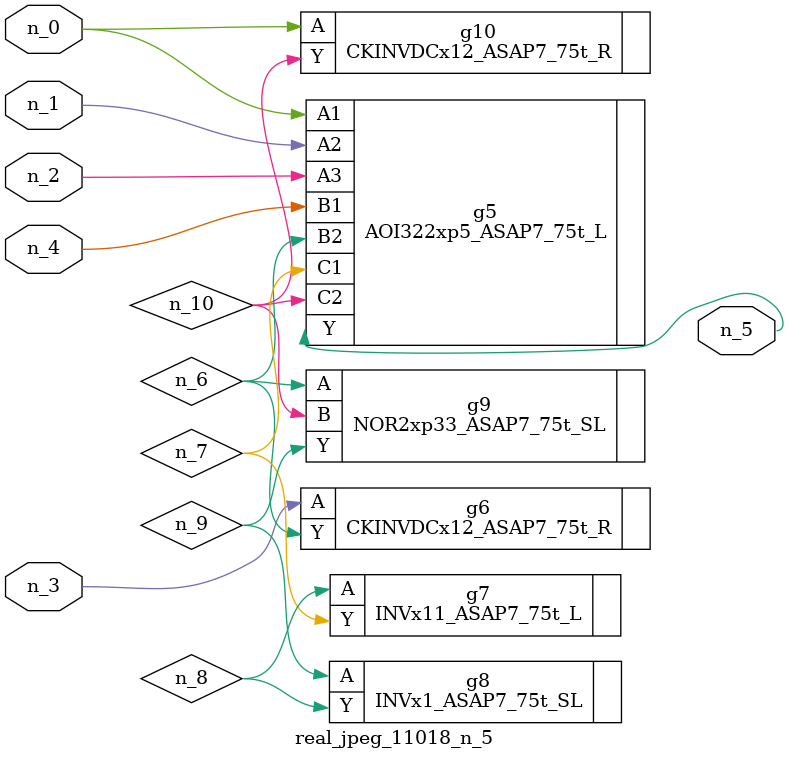
<source format=v>
module real_jpeg_11018_n_5 (n_4, n_0, n_1, n_2, n_3, n_5);

input n_4;
input n_0;
input n_1;
input n_2;
input n_3;

output n_5;

wire n_8;
wire n_6;
wire n_7;
wire n_10;
wire n_9;

AOI322xp5_ASAP7_75t_L g5 ( 
.A1(n_0),
.A2(n_1),
.A3(n_2),
.B1(n_4),
.B2(n_6),
.C1(n_7),
.C2(n_10),
.Y(n_5)
);

CKINVDCx12_ASAP7_75t_R g10 ( 
.A(n_0),
.Y(n_10)
);

CKINVDCx12_ASAP7_75t_R g6 ( 
.A(n_3),
.Y(n_6)
);

NOR2xp33_ASAP7_75t_SL g9 ( 
.A(n_6),
.B(n_10),
.Y(n_9)
);

INVx11_ASAP7_75t_L g7 ( 
.A(n_8),
.Y(n_7)
);

INVx1_ASAP7_75t_SL g8 ( 
.A(n_9),
.Y(n_8)
);


endmodule
</source>
